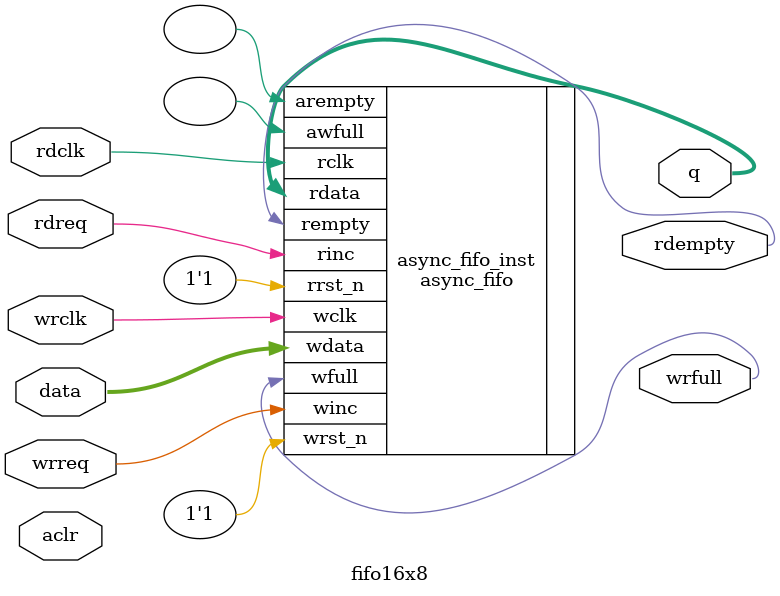
<source format=v>

`timescale 1 ps / 1 ps
// synopsys translate_on
module fifo16x8 (
    input wire aclr,
	input wire [7:0] data,
	input wire rdclk,
	input wire rdreq,
	input wire wrclk,
	input wire wrreq,
	output wire [7:0] q,
	output wire rdempty,
	output wire wrfull);

	async_fifo
    #(
        .DSIZE(8),
        .ASIZE(4),
        .FALLTHROUGH("FALSE")
	) async_fifo_inst (
        .wclk(wrclk),
        .wrst_n(1'b1),
        .winc(wrreq),
        .wdata(data),
        .wfull(wrfull),
        .awfull(),
        .rclk(rdclk),
        .rrst_n(1'b1),
        .rinc(rdreq),
        .rdata(q),
        .rempty(rdempty),
        .arempty()
    );
endmodule

</source>
